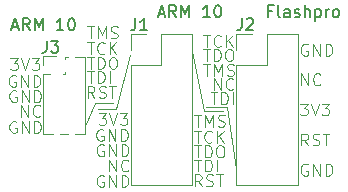
<source format=gbr>
%TF.GenerationSoftware,KiCad,Pcbnew,8.0.3*%
%TF.CreationDate,2024-06-16T20:35:08-04:00*%
%TF.ProjectId,JTAGAdapter,4a544147-4164-4617-9074-65722e6b6963,rev?*%
%TF.SameCoordinates,Original*%
%TF.FileFunction,Legend,Top*%
%TF.FilePolarity,Positive*%
%FSLAX46Y46*%
G04 Gerber Fmt 4.6, Leading zero omitted, Abs format (unit mm)*
G04 Created by KiCad (PCBNEW 8.0.3) date 2024-06-16 20:35:08*
%MOMM*%
%LPD*%
G01*
G04 APERTURE LIST*
%ADD10C,0.100000*%
%ADD11C,0.150000*%
%ADD12C,0.120000*%
G04 APERTURE END LIST*
D10*
X134600000Y-91400000D02*
X135400000Y-96600000D01*
X132900000Y-91400000D02*
X134600000Y-91400000D01*
X132700000Y-91700000D02*
X131700000Y-86600000D01*
X134300000Y-91700000D02*
X132700000Y-91700000D01*
X123500000Y-91000000D02*
X122600000Y-93000000D01*
X125000000Y-91000000D02*
X123500000Y-91000000D01*
X125200000Y-91500000D02*
X126400000Y-87000000D01*
X123700000Y-91500000D02*
X125200000Y-91500000D01*
D11*
X138457142Y-83231009D02*
X138123809Y-83231009D01*
X138123809Y-83754819D02*
X138123809Y-82754819D01*
X138123809Y-82754819D02*
X138599999Y-82754819D01*
X139123809Y-83754819D02*
X139028571Y-83707200D01*
X139028571Y-83707200D02*
X138980952Y-83611961D01*
X138980952Y-83611961D02*
X138980952Y-82754819D01*
X139933333Y-83754819D02*
X139933333Y-83231009D01*
X139933333Y-83231009D02*
X139885714Y-83135771D01*
X139885714Y-83135771D02*
X139790476Y-83088152D01*
X139790476Y-83088152D02*
X139600000Y-83088152D01*
X139600000Y-83088152D02*
X139504762Y-83135771D01*
X139933333Y-83707200D02*
X139838095Y-83754819D01*
X139838095Y-83754819D02*
X139600000Y-83754819D01*
X139600000Y-83754819D02*
X139504762Y-83707200D01*
X139504762Y-83707200D02*
X139457143Y-83611961D01*
X139457143Y-83611961D02*
X139457143Y-83516723D01*
X139457143Y-83516723D02*
X139504762Y-83421485D01*
X139504762Y-83421485D02*
X139600000Y-83373866D01*
X139600000Y-83373866D02*
X139838095Y-83373866D01*
X139838095Y-83373866D02*
X139933333Y-83326247D01*
X140361905Y-83707200D02*
X140457143Y-83754819D01*
X140457143Y-83754819D02*
X140647619Y-83754819D01*
X140647619Y-83754819D02*
X140742857Y-83707200D01*
X140742857Y-83707200D02*
X140790476Y-83611961D01*
X140790476Y-83611961D02*
X140790476Y-83564342D01*
X140790476Y-83564342D02*
X140742857Y-83469104D01*
X140742857Y-83469104D02*
X140647619Y-83421485D01*
X140647619Y-83421485D02*
X140504762Y-83421485D01*
X140504762Y-83421485D02*
X140409524Y-83373866D01*
X140409524Y-83373866D02*
X140361905Y-83278628D01*
X140361905Y-83278628D02*
X140361905Y-83231009D01*
X140361905Y-83231009D02*
X140409524Y-83135771D01*
X140409524Y-83135771D02*
X140504762Y-83088152D01*
X140504762Y-83088152D02*
X140647619Y-83088152D01*
X140647619Y-83088152D02*
X140742857Y-83135771D01*
X141219048Y-83754819D02*
X141219048Y-82754819D01*
X141647619Y-83754819D02*
X141647619Y-83231009D01*
X141647619Y-83231009D02*
X141600000Y-83135771D01*
X141600000Y-83135771D02*
X141504762Y-83088152D01*
X141504762Y-83088152D02*
X141361905Y-83088152D01*
X141361905Y-83088152D02*
X141266667Y-83135771D01*
X141266667Y-83135771D02*
X141219048Y-83183390D01*
X142123810Y-83088152D02*
X142123810Y-84088152D01*
X142123810Y-83135771D02*
X142219048Y-83088152D01*
X142219048Y-83088152D02*
X142409524Y-83088152D01*
X142409524Y-83088152D02*
X142504762Y-83135771D01*
X142504762Y-83135771D02*
X142552381Y-83183390D01*
X142552381Y-83183390D02*
X142600000Y-83278628D01*
X142600000Y-83278628D02*
X142600000Y-83564342D01*
X142600000Y-83564342D02*
X142552381Y-83659580D01*
X142552381Y-83659580D02*
X142504762Y-83707200D01*
X142504762Y-83707200D02*
X142409524Y-83754819D01*
X142409524Y-83754819D02*
X142219048Y-83754819D01*
X142219048Y-83754819D02*
X142123810Y-83707200D01*
X143028572Y-83754819D02*
X143028572Y-83088152D01*
X143028572Y-83278628D02*
X143076191Y-83183390D01*
X143076191Y-83183390D02*
X143123810Y-83135771D01*
X143123810Y-83135771D02*
X143219048Y-83088152D01*
X143219048Y-83088152D02*
X143314286Y-83088152D01*
X143790477Y-83754819D02*
X143695239Y-83707200D01*
X143695239Y-83707200D02*
X143647620Y-83659580D01*
X143647620Y-83659580D02*
X143600001Y-83564342D01*
X143600001Y-83564342D02*
X143600001Y-83278628D01*
X143600001Y-83278628D02*
X143647620Y-83183390D01*
X143647620Y-83183390D02*
X143695239Y-83135771D01*
X143695239Y-83135771D02*
X143790477Y-83088152D01*
X143790477Y-83088152D02*
X143933334Y-83088152D01*
X143933334Y-83088152D02*
X144028572Y-83135771D01*
X144028572Y-83135771D02*
X144076191Y-83183390D01*
X144076191Y-83183390D02*
X144123810Y-83278628D01*
X144123810Y-83278628D02*
X144123810Y-83564342D01*
X144123810Y-83564342D02*
X144076191Y-83659580D01*
X144076191Y-83659580D02*
X144028572Y-83707200D01*
X144028572Y-83707200D02*
X143933334Y-83754819D01*
X143933334Y-83754819D02*
X143790477Y-83754819D01*
X128857143Y-83469104D02*
X129333333Y-83469104D01*
X128761905Y-83754819D02*
X129095238Y-82754819D01*
X129095238Y-82754819D02*
X129428571Y-83754819D01*
X130333333Y-83754819D02*
X130000000Y-83278628D01*
X129761905Y-83754819D02*
X129761905Y-82754819D01*
X129761905Y-82754819D02*
X130142857Y-82754819D01*
X130142857Y-82754819D02*
X130238095Y-82802438D01*
X130238095Y-82802438D02*
X130285714Y-82850057D01*
X130285714Y-82850057D02*
X130333333Y-82945295D01*
X130333333Y-82945295D02*
X130333333Y-83088152D01*
X130333333Y-83088152D02*
X130285714Y-83183390D01*
X130285714Y-83183390D02*
X130238095Y-83231009D01*
X130238095Y-83231009D02*
X130142857Y-83278628D01*
X130142857Y-83278628D02*
X129761905Y-83278628D01*
X130761905Y-83754819D02*
X130761905Y-82754819D01*
X130761905Y-82754819D02*
X131095238Y-83469104D01*
X131095238Y-83469104D02*
X131428571Y-82754819D01*
X131428571Y-82754819D02*
X131428571Y-83754819D01*
X133190476Y-83754819D02*
X132619048Y-83754819D01*
X132904762Y-83754819D02*
X132904762Y-82754819D01*
X132904762Y-82754819D02*
X132809524Y-82897676D01*
X132809524Y-82897676D02*
X132714286Y-82992914D01*
X132714286Y-82992914D02*
X132619048Y-83040533D01*
X133809524Y-82754819D02*
X133904762Y-82754819D01*
X133904762Y-82754819D02*
X134000000Y-82802438D01*
X134000000Y-82802438D02*
X134047619Y-82850057D01*
X134047619Y-82850057D02*
X134095238Y-82945295D01*
X134095238Y-82945295D02*
X134142857Y-83135771D01*
X134142857Y-83135771D02*
X134142857Y-83373866D01*
X134142857Y-83373866D02*
X134095238Y-83564342D01*
X134095238Y-83564342D02*
X134047619Y-83659580D01*
X134047619Y-83659580D02*
X134000000Y-83707200D01*
X134000000Y-83707200D02*
X133904762Y-83754819D01*
X133904762Y-83754819D02*
X133809524Y-83754819D01*
X133809524Y-83754819D02*
X133714286Y-83707200D01*
X133714286Y-83707200D02*
X133666667Y-83659580D01*
X133666667Y-83659580D02*
X133619048Y-83564342D01*
X133619048Y-83564342D02*
X133571429Y-83373866D01*
X133571429Y-83373866D02*
X133571429Y-83135771D01*
X133571429Y-83135771D02*
X133619048Y-82945295D01*
X133619048Y-82945295D02*
X133666667Y-82850057D01*
X133666667Y-82850057D02*
X133714286Y-82802438D01*
X133714286Y-82802438D02*
X133809524Y-82754819D01*
X116457143Y-84569104D02*
X116933333Y-84569104D01*
X116361905Y-84854819D02*
X116695238Y-83854819D01*
X116695238Y-83854819D02*
X117028571Y-84854819D01*
X117933333Y-84854819D02*
X117600000Y-84378628D01*
X117361905Y-84854819D02*
X117361905Y-83854819D01*
X117361905Y-83854819D02*
X117742857Y-83854819D01*
X117742857Y-83854819D02*
X117838095Y-83902438D01*
X117838095Y-83902438D02*
X117885714Y-83950057D01*
X117885714Y-83950057D02*
X117933333Y-84045295D01*
X117933333Y-84045295D02*
X117933333Y-84188152D01*
X117933333Y-84188152D02*
X117885714Y-84283390D01*
X117885714Y-84283390D02*
X117838095Y-84331009D01*
X117838095Y-84331009D02*
X117742857Y-84378628D01*
X117742857Y-84378628D02*
X117361905Y-84378628D01*
X118361905Y-84854819D02*
X118361905Y-83854819D01*
X118361905Y-83854819D02*
X118695238Y-84569104D01*
X118695238Y-84569104D02*
X119028571Y-83854819D01*
X119028571Y-83854819D02*
X119028571Y-84854819D01*
X120790476Y-84854819D02*
X120219048Y-84854819D01*
X120504762Y-84854819D02*
X120504762Y-83854819D01*
X120504762Y-83854819D02*
X120409524Y-83997676D01*
X120409524Y-83997676D02*
X120314286Y-84092914D01*
X120314286Y-84092914D02*
X120219048Y-84140533D01*
X121409524Y-83854819D02*
X121504762Y-83854819D01*
X121504762Y-83854819D02*
X121600000Y-83902438D01*
X121600000Y-83902438D02*
X121647619Y-83950057D01*
X121647619Y-83950057D02*
X121695238Y-84045295D01*
X121695238Y-84045295D02*
X121742857Y-84235771D01*
X121742857Y-84235771D02*
X121742857Y-84473866D01*
X121742857Y-84473866D02*
X121695238Y-84664342D01*
X121695238Y-84664342D02*
X121647619Y-84759580D01*
X121647619Y-84759580D02*
X121600000Y-84807200D01*
X121600000Y-84807200D02*
X121504762Y-84854819D01*
X121504762Y-84854819D02*
X121409524Y-84854819D01*
X121409524Y-84854819D02*
X121314286Y-84807200D01*
X121314286Y-84807200D02*
X121266667Y-84759580D01*
X121266667Y-84759580D02*
X121219048Y-84664342D01*
X121219048Y-84664342D02*
X121171429Y-84473866D01*
X121171429Y-84473866D02*
X121171429Y-84235771D01*
X121171429Y-84235771D02*
X121219048Y-84045295D01*
X121219048Y-84045295D02*
X121266667Y-83950057D01*
X121266667Y-83950057D02*
X121314286Y-83902438D01*
X121314286Y-83902438D02*
X121409524Y-83854819D01*
D10*
X123416312Y-90583419D02*
X123082979Y-90107228D01*
X122844884Y-90583419D02*
X122844884Y-89583419D01*
X122844884Y-89583419D02*
X123225836Y-89583419D01*
X123225836Y-89583419D02*
X123321074Y-89631038D01*
X123321074Y-89631038D02*
X123368693Y-89678657D01*
X123368693Y-89678657D02*
X123416312Y-89773895D01*
X123416312Y-89773895D02*
X123416312Y-89916752D01*
X123416312Y-89916752D02*
X123368693Y-90011990D01*
X123368693Y-90011990D02*
X123321074Y-90059609D01*
X123321074Y-90059609D02*
X123225836Y-90107228D01*
X123225836Y-90107228D02*
X122844884Y-90107228D01*
X123797265Y-90535800D02*
X123940122Y-90583419D01*
X123940122Y-90583419D02*
X124178217Y-90583419D01*
X124178217Y-90583419D02*
X124273455Y-90535800D01*
X124273455Y-90535800D02*
X124321074Y-90488180D01*
X124321074Y-90488180D02*
X124368693Y-90392942D01*
X124368693Y-90392942D02*
X124368693Y-90297704D01*
X124368693Y-90297704D02*
X124321074Y-90202466D01*
X124321074Y-90202466D02*
X124273455Y-90154847D01*
X124273455Y-90154847D02*
X124178217Y-90107228D01*
X124178217Y-90107228D02*
X123987741Y-90059609D01*
X123987741Y-90059609D02*
X123892503Y-90011990D01*
X123892503Y-90011990D02*
X123844884Y-89964371D01*
X123844884Y-89964371D02*
X123797265Y-89869133D01*
X123797265Y-89869133D02*
X123797265Y-89773895D01*
X123797265Y-89773895D02*
X123844884Y-89678657D01*
X123844884Y-89678657D02*
X123892503Y-89631038D01*
X123892503Y-89631038D02*
X123987741Y-89583419D01*
X123987741Y-89583419D02*
X124225836Y-89583419D01*
X124225836Y-89583419D02*
X124368693Y-89631038D01*
X124654408Y-89583419D02*
X125225836Y-89583419D01*
X124940122Y-90583419D02*
X124940122Y-89583419D01*
X122802027Y-88333419D02*
X123373455Y-88333419D01*
X123087741Y-89333419D02*
X123087741Y-88333419D01*
X123706789Y-89333419D02*
X123706789Y-88333419D01*
X123706789Y-88333419D02*
X123944884Y-88333419D01*
X123944884Y-88333419D02*
X124087741Y-88381038D01*
X124087741Y-88381038D02*
X124182979Y-88476276D01*
X124182979Y-88476276D02*
X124230598Y-88571514D01*
X124230598Y-88571514D02*
X124278217Y-88761990D01*
X124278217Y-88761990D02*
X124278217Y-88904847D01*
X124278217Y-88904847D02*
X124230598Y-89095323D01*
X124230598Y-89095323D02*
X124182979Y-89190561D01*
X124182979Y-89190561D02*
X124087741Y-89285800D01*
X124087741Y-89285800D02*
X123944884Y-89333419D01*
X123944884Y-89333419D02*
X123706789Y-89333419D01*
X124706789Y-89333419D02*
X124706789Y-88333419D01*
X122802027Y-87133419D02*
X123373455Y-87133419D01*
X123087741Y-88133419D02*
X123087741Y-87133419D01*
X123706789Y-88133419D02*
X123706789Y-87133419D01*
X123706789Y-87133419D02*
X123944884Y-87133419D01*
X123944884Y-87133419D02*
X124087741Y-87181038D01*
X124087741Y-87181038D02*
X124182979Y-87276276D01*
X124182979Y-87276276D02*
X124230598Y-87371514D01*
X124230598Y-87371514D02*
X124278217Y-87561990D01*
X124278217Y-87561990D02*
X124278217Y-87704847D01*
X124278217Y-87704847D02*
X124230598Y-87895323D01*
X124230598Y-87895323D02*
X124182979Y-87990561D01*
X124182979Y-87990561D02*
X124087741Y-88085800D01*
X124087741Y-88085800D02*
X123944884Y-88133419D01*
X123944884Y-88133419D02*
X123706789Y-88133419D01*
X124897265Y-87133419D02*
X125087741Y-87133419D01*
X125087741Y-87133419D02*
X125182979Y-87181038D01*
X125182979Y-87181038D02*
X125278217Y-87276276D01*
X125278217Y-87276276D02*
X125325836Y-87466752D01*
X125325836Y-87466752D02*
X125325836Y-87800085D01*
X125325836Y-87800085D02*
X125278217Y-87990561D01*
X125278217Y-87990561D02*
X125182979Y-88085800D01*
X125182979Y-88085800D02*
X125087741Y-88133419D01*
X125087741Y-88133419D02*
X124897265Y-88133419D01*
X124897265Y-88133419D02*
X124802027Y-88085800D01*
X124802027Y-88085800D02*
X124706789Y-87990561D01*
X124706789Y-87990561D02*
X124659170Y-87800085D01*
X124659170Y-87800085D02*
X124659170Y-87466752D01*
X124659170Y-87466752D02*
X124706789Y-87276276D01*
X124706789Y-87276276D02*
X124802027Y-87181038D01*
X124802027Y-87181038D02*
X124897265Y-87133419D01*
X122802027Y-84533419D02*
X123373455Y-84533419D01*
X123087741Y-85533419D02*
X123087741Y-84533419D01*
X123706789Y-85533419D02*
X123706789Y-84533419D01*
X123706789Y-84533419D02*
X124040122Y-85247704D01*
X124040122Y-85247704D02*
X124373455Y-84533419D01*
X124373455Y-84533419D02*
X124373455Y-85533419D01*
X124802027Y-85485800D02*
X124944884Y-85533419D01*
X124944884Y-85533419D02*
X125182979Y-85533419D01*
X125182979Y-85533419D02*
X125278217Y-85485800D01*
X125278217Y-85485800D02*
X125325836Y-85438180D01*
X125325836Y-85438180D02*
X125373455Y-85342942D01*
X125373455Y-85342942D02*
X125373455Y-85247704D01*
X125373455Y-85247704D02*
X125325836Y-85152466D01*
X125325836Y-85152466D02*
X125278217Y-85104847D01*
X125278217Y-85104847D02*
X125182979Y-85057228D01*
X125182979Y-85057228D02*
X124992503Y-85009609D01*
X124992503Y-85009609D02*
X124897265Y-84961990D01*
X124897265Y-84961990D02*
X124849646Y-84914371D01*
X124849646Y-84914371D02*
X124802027Y-84819133D01*
X124802027Y-84819133D02*
X124802027Y-84723895D01*
X124802027Y-84723895D02*
X124849646Y-84628657D01*
X124849646Y-84628657D02*
X124897265Y-84581038D01*
X124897265Y-84581038D02*
X124992503Y-84533419D01*
X124992503Y-84533419D02*
X125230598Y-84533419D01*
X125230598Y-84533419D02*
X125373455Y-84581038D01*
X122802027Y-85883419D02*
X123373455Y-85883419D01*
X123087741Y-86883419D02*
X123087741Y-85883419D01*
X124278217Y-86788180D02*
X124230598Y-86835800D01*
X124230598Y-86835800D02*
X124087741Y-86883419D01*
X124087741Y-86883419D02*
X123992503Y-86883419D01*
X123992503Y-86883419D02*
X123849646Y-86835800D01*
X123849646Y-86835800D02*
X123754408Y-86740561D01*
X123754408Y-86740561D02*
X123706789Y-86645323D01*
X123706789Y-86645323D02*
X123659170Y-86454847D01*
X123659170Y-86454847D02*
X123659170Y-86311990D01*
X123659170Y-86311990D02*
X123706789Y-86121514D01*
X123706789Y-86121514D02*
X123754408Y-86026276D01*
X123754408Y-86026276D02*
X123849646Y-85931038D01*
X123849646Y-85931038D02*
X123992503Y-85883419D01*
X123992503Y-85883419D02*
X124087741Y-85883419D01*
X124087741Y-85883419D02*
X124230598Y-85931038D01*
X124230598Y-85931038D02*
X124278217Y-85978657D01*
X124706789Y-86883419D02*
X124706789Y-85883419D01*
X125278217Y-86883419D02*
X124849646Y-86311990D01*
X125278217Y-85883419D02*
X124706789Y-86454847D01*
X117194884Y-92183419D02*
X117194884Y-91183419D01*
X117194884Y-91183419D02*
X117766312Y-92183419D01*
X117766312Y-92183419D02*
X117766312Y-91183419D01*
X118813931Y-92088180D02*
X118766312Y-92135800D01*
X118766312Y-92135800D02*
X118623455Y-92183419D01*
X118623455Y-92183419D02*
X118528217Y-92183419D01*
X118528217Y-92183419D02*
X118385360Y-92135800D01*
X118385360Y-92135800D02*
X118290122Y-92040561D01*
X118290122Y-92040561D02*
X118242503Y-91945323D01*
X118242503Y-91945323D02*
X118194884Y-91754847D01*
X118194884Y-91754847D02*
X118194884Y-91611990D01*
X118194884Y-91611990D02*
X118242503Y-91421514D01*
X118242503Y-91421514D02*
X118290122Y-91326276D01*
X118290122Y-91326276D02*
X118385360Y-91231038D01*
X118385360Y-91231038D02*
X118528217Y-91183419D01*
X118528217Y-91183419D02*
X118623455Y-91183419D01*
X118623455Y-91183419D02*
X118766312Y-91231038D01*
X118766312Y-91231038D02*
X118813931Y-91278657D01*
X116791193Y-89998538D02*
X116695955Y-89950919D01*
X116695955Y-89950919D02*
X116553098Y-89950919D01*
X116553098Y-89950919D02*
X116410241Y-89998538D01*
X116410241Y-89998538D02*
X116315003Y-90093776D01*
X116315003Y-90093776D02*
X116267384Y-90189014D01*
X116267384Y-90189014D02*
X116219765Y-90379490D01*
X116219765Y-90379490D02*
X116219765Y-90522347D01*
X116219765Y-90522347D02*
X116267384Y-90712823D01*
X116267384Y-90712823D02*
X116315003Y-90808061D01*
X116315003Y-90808061D02*
X116410241Y-90903300D01*
X116410241Y-90903300D02*
X116553098Y-90950919D01*
X116553098Y-90950919D02*
X116648336Y-90950919D01*
X116648336Y-90950919D02*
X116791193Y-90903300D01*
X116791193Y-90903300D02*
X116838812Y-90855680D01*
X116838812Y-90855680D02*
X116838812Y-90522347D01*
X116838812Y-90522347D02*
X116648336Y-90522347D01*
X117267384Y-90950919D02*
X117267384Y-89950919D01*
X117267384Y-89950919D02*
X117838812Y-90950919D01*
X117838812Y-90950919D02*
X117838812Y-89950919D01*
X118315003Y-90950919D02*
X118315003Y-89950919D01*
X118315003Y-89950919D02*
X118553098Y-89950919D01*
X118553098Y-89950919D02*
X118695955Y-89998538D01*
X118695955Y-89998538D02*
X118791193Y-90093776D01*
X118791193Y-90093776D02*
X118838812Y-90189014D01*
X118838812Y-90189014D02*
X118886431Y-90379490D01*
X118886431Y-90379490D02*
X118886431Y-90522347D01*
X118886431Y-90522347D02*
X118838812Y-90712823D01*
X118838812Y-90712823D02*
X118791193Y-90808061D01*
X118791193Y-90808061D02*
X118695955Y-90903300D01*
X118695955Y-90903300D02*
X118553098Y-90950919D01*
X118553098Y-90950919D02*
X118315003Y-90950919D01*
X116791193Y-92598538D02*
X116695955Y-92550919D01*
X116695955Y-92550919D02*
X116553098Y-92550919D01*
X116553098Y-92550919D02*
X116410241Y-92598538D01*
X116410241Y-92598538D02*
X116315003Y-92693776D01*
X116315003Y-92693776D02*
X116267384Y-92789014D01*
X116267384Y-92789014D02*
X116219765Y-92979490D01*
X116219765Y-92979490D02*
X116219765Y-93122347D01*
X116219765Y-93122347D02*
X116267384Y-93312823D01*
X116267384Y-93312823D02*
X116315003Y-93408061D01*
X116315003Y-93408061D02*
X116410241Y-93503300D01*
X116410241Y-93503300D02*
X116553098Y-93550919D01*
X116553098Y-93550919D02*
X116648336Y-93550919D01*
X116648336Y-93550919D02*
X116791193Y-93503300D01*
X116791193Y-93503300D02*
X116838812Y-93455680D01*
X116838812Y-93455680D02*
X116838812Y-93122347D01*
X116838812Y-93122347D02*
X116648336Y-93122347D01*
X117267384Y-93550919D02*
X117267384Y-92550919D01*
X117267384Y-92550919D02*
X117838812Y-93550919D01*
X117838812Y-93550919D02*
X117838812Y-92550919D01*
X118315003Y-93550919D02*
X118315003Y-92550919D01*
X118315003Y-92550919D02*
X118553098Y-92550919D01*
X118553098Y-92550919D02*
X118695955Y-92598538D01*
X118695955Y-92598538D02*
X118791193Y-92693776D01*
X118791193Y-92693776D02*
X118838812Y-92789014D01*
X118838812Y-92789014D02*
X118886431Y-92979490D01*
X118886431Y-92979490D02*
X118886431Y-93122347D01*
X118886431Y-93122347D02*
X118838812Y-93312823D01*
X118838812Y-93312823D02*
X118791193Y-93408061D01*
X118791193Y-93408061D02*
X118695955Y-93503300D01*
X118695955Y-93503300D02*
X118553098Y-93550919D01*
X118553098Y-93550919D02*
X118315003Y-93550919D01*
X116741193Y-88698538D02*
X116645955Y-88650919D01*
X116645955Y-88650919D02*
X116503098Y-88650919D01*
X116503098Y-88650919D02*
X116360241Y-88698538D01*
X116360241Y-88698538D02*
X116265003Y-88793776D01*
X116265003Y-88793776D02*
X116217384Y-88889014D01*
X116217384Y-88889014D02*
X116169765Y-89079490D01*
X116169765Y-89079490D02*
X116169765Y-89222347D01*
X116169765Y-89222347D02*
X116217384Y-89412823D01*
X116217384Y-89412823D02*
X116265003Y-89508061D01*
X116265003Y-89508061D02*
X116360241Y-89603300D01*
X116360241Y-89603300D02*
X116503098Y-89650919D01*
X116503098Y-89650919D02*
X116598336Y-89650919D01*
X116598336Y-89650919D02*
X116741193Y-89603300D01*
X116741193Y-89603300D02*
X116788812Y-89555680D01*
X116788812Y-89555680D02*
X116788812Y-89222347D01*
X116788812Y-89222347D02*
X116598336Y-89222347D01*
X117217384Y-89650919D02*
X117217384Y-88650919D01*
X117217384Y-88650919D02*
X117788812Y-89650919D01*
X117788812Y-89650919D02*
X117788812Y-88650919D01*
X118265003Y-89650919D02*
X118265003Y-88650919D01*
X118265003Y-88650919D02*
X118503098Y-88650919D01*
X118503098Y-88650919D02*
X118645955Y-88698538D01*
X118645955Y-88698538D02*
X118741193Y-88793776D01*
X118741193Y-88793776D02*
X118788812Y-88889014D01*
X118788812Y-88889014D02*
X118836431Y-89079490D01*
X118836431Y-89079490D02*
X118836431Y-89222347D01*
X118836431Y-89222347D02*
X118788812Y-89412823D01*
X118788812Y-89412823D02*
X118741193Y-89508061D01*
X118741193Y-89508061D02*
X118645955Y-89603300D01*
X118645955Y-89603300D02*
X118503098Y-89650919D01*
X118503098Y-89650919D02*
X118265003Y-89650919D01*
X116299646Y-87233419D02*
X116918693Y-87233419D01*
X116918693Y-87233419D02*
X116585360Y-87614371D01*
X116585360Y-87614371D02*
X116728217Y-87614371D01*
X116728217Y-87614371D02*
X116823455Y-87661990D01*
X116823455Y-87661990D02*
X116871074Y-87709609D01*
X116871074Y-87709609D02*
X116918693Y-87804847D01*
X116918693Y-87804847D02*
X116918693Y-88042942D01*
X116918693Y-88042942D02*
X116871074Y-88138180D01*
X116871074Y-88138180D02*
X116823455Y-88185800D01*
X116823455Y-88185800D02*
X116728217Y-88233419D01*
X116728217Y-88233419D02*
X116442503Y-88233419D01*
X116442503Y-88233419D02*
X116347265Y-88185800D01*
X116347265Y-88185800D02*
X116299646Y-88138180D01*
X117204408Y-87233419D02*
X117537741Y-88233419D01*
X117537741Y-88233419D02*
X117871074Y-87233419D01*
X118109170Y-87233419D02*
X118728217Y-87233419D01*
X118728217Y-87233419D02*
X118394884Y-87614371D01*
X118394884Y-87614371D02*
X118537741Y-87614371D01*
X118537741Y-87614371D02*
X118632979Y-87661990D01*
X118632979Y-87661990D02*
X118680598Y-87709609D01*
X118680598Y-87709609D02*
X118728217Y-87804847D01*
X118728217Y-87804847D02*
X118728217Y-88042942D01*
X118728217Y-88042942D02*
X118680598Y-88138180D01*
X118680598Y-88138180D02*
X118632979Y-88185800D01*
X118632979Y-88185800D02*
X118537741Y-88233419D01*
X118537741Y-88233419D02*
X118252027Y-88233419D01*
X118252027Y-88233419D02*
X118156789Y-88185800D01*
X118156789Y-88185800D02*
X118109170Y-88138180D01*
X124188693Y-97171038D02*
X124093455Y-97123419D01*
X124093455Y-97123419D02*
X123950598Y-97123419D01*
X123950598Y-97123419D02*
X123807741Y-97171038D01*
X123807741Y-97171038D02*
X123712503Y-97266276D01*
X123712503Y-97266276D02*
X123664884Y-97361514D01*
X123664884Y-97361514D02*
X123617265Y-97551990D01*
X123617265Y-97551990D02*
X123617265Y-97694847D01*
X123617265Y-97694847D02*
X123664884Y-97885323D01*
X123664884Y-97885323D02*
X123712503Y-97980561D01*
X123712503Y-97980561D02*
X123807741Y-98075800D01*
X123807741Y-98075800D02*
X123950598Y-98123419D01*
X123950598Y-98123419D02*
X124045836Y-98123419D01*
X124045836Y-98123419D02*
X124188693Y-98075800D01*
X124188693Y-98075800D02*
X124236312Y-98028180D01*
X124236312Y-98028180D02*
X124236312Y-97694847D01*
X124236312Y-97694847D02*
X124045836Y-97694847D01*
X124664884Y-98123419D02*
X124664884Y-97123419D01*
X124664884Y-97123419D02*
X125236312Y-98123419D01*
X125236312Y-98123419D02*
X125236312Y-97123419D01*
X125712503Y-98123419D02*
X125712503Y-97123419D01*
X125712503Y-97123419D02*
X125950598Y-97123419D01*
X125950598Y-97123419D02*
X126093455Y-97171038D01*
X126093455Y-97171038D02*
X126188693Y-97266276D01*
X126188693Y-97266276D02*
X126236312Y-97361514D01*
X126236312Y-97361514D02*
X126283931Y-97551990D01*
X126283931Y-97551990D02*
X126283931Y-97694847D01*
X126283931Y-97694847D02*
X126236312Y-97885323D01*
X126236312Y-97885323D02*
X126188693Y-97980561D01*
X126188693Y-97980561D02*
X126093455Y-98075800D01*
X126093455Y-98075800D02*
X125950598Y-98123419D01*
X125950598Y-98123419D02*
X125712503Y-98123419D01*
X124664884Y-96823419D02*
X124664884Y-95823419D01*
X124664884Y-95823419D02*
X125236312Y-96823419D01*
X125236312Y-96823419D02*
X125236312Y-95823419D01*
X126283931Y-96728180D02*
X126236312Y-96775800D01*
X126236312Y-96775800D02*
X126093455Y-96823419D01*
X126093455Y-96823419D02*
X125998217Y-96823419D01*
X125998217Y-96823419D02*
X125855360Y-96775800D01*
X125855360Y-96775800D02*
X125760122Y-96680561D01*
X125760122Y-96680561D02*
X125712503Y-96585323D01*
X125712503Y-96585323D02*
X125664884Y-96394847D01*
X125664884Y-96394847D02*
X125664884Y-96251990D01*
X125664884Y-96251990D02*
X125712503Y-96061514D01*
X125712503Y-96061514D02*
X125760122Y-95966276D01*
X125760122Y-95966276D02*
X125855360Y-95871038D01*
X125855360Y-95871038D02*
X125998217Y-95823419D01*
X125998217Y-95823419D02*
X126093455Y-95823419D01*
X126093455Y-95823419D02*
X126236312Y-95871038D01*
X126236312Y-95871038D02*
X126283931Y-95918657D01*
X124188693Y-94571038D02*
X124093455Y-94523419D01*
X124093455Y-94523419D02*
X123950598Y-94523419D01*
X123950598Y-94523419D02*
X123807741Y-94571038D01*
X123807741Y-94571038D02*
X123712503Y-94666276D01*
X123712503Y-94666276D02*
X123664884Y-94761514D01*
X123664884Y-94761514D02*
X123617265Y-94951990D01*
X123617265Y-94951990D02*
X123617265Y-95094847D01*
X123617265Y-95094847D02*
X123664884Y-95285323D01*
X123664884Y-95285323D02*
X123712503Y-95380561D01*
X123712503Y-95380561D02*
X123807741Y-95475800D01*
X123807741Y-95475800D02*
X123950598Y-95523419D01*
X123950598Y-95523419D02*
X124045836Y-95523419D01*
X124045836Y-95523419D02*
X124188693Y-95475800D01*
X124188693Y-95475800D02*
X124236312Y-95428180D01*
X124236312Y-95428180D02*
X124236312Y-95094847D01*
X124236312Y-95094847D02*
X124045836Y-95094847D01*
X124664884Y-95523419D02*
X124664884Y-94523419D01*
X124664884Y-94523419D02*
X125236312Y-95523419D01*
X125236312Y-95523419D02*
X125236312Y-94523419D01*
X125712503Y-95523419D02*
X125712503Y-94523419D01*
X125712503Y-94523419D02*
X125950598Y-94523419D01*
X125950598Y-94523419D02*
X126093455Y-94571038D01*
X126093455Y-94571038D02*
X126188693Y-94666276D01*
X126188693Y-94666276D02*
X126236312Y-94761514D01*
X126236312Y-94761514D02*
X126283931Y-94951990D01*
X126283931Y-94951990D02*
X126283931Y-95094847D01*
X126283931Y-95094847D02*
X126236312Y-95285323D01*
X126236312Y-95285323D02*
X126188693Y-95380561D01*
X126188693Y-95380561D02*
X126093455Y-95475800D01*
X126093455Y-95475800D02*
X125950598Y-95523419D01*
X125950598Y-95523419D02*
X125712503Y-95523419D01*
X124138693Y-93271038D02*
X124043455Y-93223419D01*
X124043455Y-93223419D02*
X123900598Y-93223419D01*
X123900598Y-93223419D02*
X123757741Y-93271038D01*
X123757741Y-93271038D02*
X123662503Y-93366276D01*
X123662503Y-93366276D02*
X123614884Y-93461514D01*
X123614884Y-93461514D02*
X123567265Y-93651990D01*
X123567265Y-93651990D02*
X123567265Y-93794847D01*
X123567265Y-93794847D02*
X123614884Y-93985323D01*
X123614884Y-93985323D02*
X123662503Y-94080561D01*
X123662503Y-94080561D02*
X123757741Y-94175800D01*
X123757741Y-94175800D02*
X123900598Y-94223419D01*
X123900598Y-94223419D02*
X123995836Y-94223419D01*
X123995836Y-94223419D02*
X124138693Y-94175800D01*
X124138693Y-94175800D02*
X124186312Y-94128180D01*
X124186312Y-94128180D02*
X124186312Y-93794847D01*
X124186312Y-93794847D02*
X123995836Y-93794847D01*
X124614884Y-94223419D02*
X124614884Y-93223419D01*
X124614884Y-93223419D02*
X125186312Y-94223419D01*
X125186312Y-94223419D02*
X125186312Y-93223419D01*
X125662503Y-94223419D02*
X125662503Y-93223419D01*
X125662503Y-93223419D02*
X125900598Y-93223419D01*
X125900598Y-93223419D02*
X126043455Y-93271038D01*
X126043455Y-93271038D02*
X126138693Y-93366276D01*
X126138693Y-93366276D02*
X126186312Y-93461514D01*
X126186312Y-93461514D02*
X126233931Y-93651990D01*
X126233931Y-93651990D02*
X126233931Y-93794847D01*
X126233931Y-93794847D02*
X126186312Y-93985323D01*
X126186312Y-93985323D02*
X126138693Y-94080561D01*
X126138693Y-94080561D02*
X126043455Y-94175800D01*
X126043455Y-94175800D02*
X125900598Y-94223419D01*
X125900598Y-94223419D02*
X125662503Y-94223419D01*
X123769646Y-91873419D02*
X124388693Y-91873419D01*
X124388693Y-91873419D02*
X124055360Y-92254371D01*
X124055360Y-92254371D02*
X124198217Y-92254371D01*
X124198217Y-92254371D02*
X124293455Y-92301990D01*
X124293455Y-92301990D02*
X124341074Y-92349609D01*
X124341074Y-92349609D02*
X124388693Y-92444847D01*
X124388693Y-92444847D02*
X124388693Y-92682942D01*
X124388693Y-92682942D02*
X124341074Y-92778180D01*
X124341074Y-92778180D02*
X124293455Y-92825800D01*
X124293455Y-92825800D02*
X124198217Y-92873419D01*
X124198217Y-92873419D02*
X123912503Y-92873419D01*
X123912503Y-92873419D02*
X123817265Y-92825800D01*
X123817265Y-92825800D02*
X123769646Y-92778180D01*
X124674408Y-91873419D02*
X125007741Y-92873419D01*
X125007741Y-92873419D02*
X125341074Y-91873419D01*
X125579170Y-91873419D02*
X126198217Y-91873419D01*
X126198217Y-91873419D02*
X125864884Y-92254371D01*
X125864884Y-92254371D02*
X126007741Y-92254371D01*
X126007741Y-92254371D02*
X126102979Y-92301990D01*
X126102979Y-92301990D02*
X126150598Y-92349609D01*
X126150598Y-92349609D02*
X126198217Y-92444847D01*
X126198217Y-92444847D02*
X126198217Y-92682942D01*
X126198217Y-92682942D02*
X126150598Y-92778180D01*
X126150598Y-92778180D02*
X126102979Y-92825800D01*
X126102979Y-92825800D02*
X126007741Y-92873419D01*
X126007741Y-92873419D02*
X125722027Y-92873419D01*
X125722027Y-92873419D02*
X125626789Y-92825800D01*
X125626789Y-92825800D02*
X125579170Y-92778180D01*
X132486312Y-98073419D02*
X132152979Y-97597228D01*
X131914884Y-98073419D02*
X131914884Y-97073419D01*
X131914884Y-97073419D02*
X132295836Y-97073419D01*
X132295836Y-97073419D02*
X132391074Y-97121038D01*
X132391074Y-97121038D02*
X132438693Y-97168657D01*
X132438693Y-97168657D02*
X132486312Y-97263895D01*
X132486312Y-97263895D02*
X132486312Y-97406752D01*
X132486312Y-97406752D02*
X132438693Y-97501990D01*
X132438693Y-97501990D02*
X132391074Y-97549609D01*
X132391074Y-97549609D02*
X132295836Y-97597228D01*
X132295836Y-97597228D02*
X131914884Y-97597228D01*
X132867265Y-98025800D02*
X133010122Y-98073419D01*
X133010122Y-98073419D02*
X133248217Y-98073419D01*
X133248217Y-98073419D02*
X133343455Y-98025800D01*
X133343455Y-98025800D02*
X133391074Y-97978180D01*
X133391074Y-97978180D02*
X133438693Y-97882942D01*
X133438693Y-97882942D02*
X133438693Y-97787704D01*
X133438693Y-97787704D02*
X133391074Y-97692466D01*
X133391074Y-97692466D02*
X133343455Y-97644847D01*
X133343455Y-97644847D02*
X133248217Y-97597228D01*
X133248217Y-97597228D02*
X133057741Y-97549609D01*
X133057741Y-97549609D02*
X132962503Y-97501990D01*
X132962503Y-97501990D02*
X132914884Y-97454371D01*
X132914884Y-97454371D02*
X132867265Y-97359133D01*
X132867265Y-97359133D02*
X132867265Y-97263895D01*
X132867265Y-97263895D02*
X132914884Y-97168657D01*
X132914884Y-97168657D02*
X132962503Y-97121038D01*
X132962503Y-97121038D02*
X133057741Y-97073419D01*
X133057741Y-97073419D02*
X133295836Y-97073419D01*
X133295836Y-97073419D02*
X133438693Y-97121038D01*
X133724408Y-97073419D02*
X134295836Y-97073419D01*
X134010122Y-98073419D02*
X134010122Y-97073419D01*
X131872027Y-95823419D02*
X132443455Y-95823419D01*
X132157741Y-96823419D02*
X132157741Y-95823419D01*
X132776789Y-96823419D02*
X132776789Y-95823419D01*
X132776789Y-95823419D02*
X133014884Y-95823419D01*
X133014884Y-95823419D02*
X133157741Y-95871038D01*
X133157741Y-95871038D02*
X133252979Y-95966276D01*
X133252979Y-95966276D02*
X133300598Y-96061514D01*
X133300598Y-96061514D02*
X133348217Y-96251990D01*
X133348217Y-96251990D02*
X133348217Y-96394847D01*
X133348217Y-96394847D02*
X133300598Y-96585323D01*
X133300598Y-96585323D02*
X133252979Y-96680561D01*
X133252979Y-96680561D02*
X133157741Y-96775800D01*
X133157741Y-96775800D02*
X133014884Y-96823419D01*
X133014884Y-96823419D02*
X132776789Y-96823419D01*
X133776789Y-96823419D02*
X133776789Y-95823419D01*
X131872027Y-94623419D02*
X132443455Y-94623419D01*
X132157741Y-95623419D02*
X132157741Y-94623419D01*
X132776789Y-95623419D02*
X132776789Y-94623419D01*
X132776789Y-94623419D02*
X133014884Y-94623419D01*
X133014884Y-94623419D02*
X133157741Y-94671038D01*
X133157741Y-94671038D02*
X133252979Y-94766276D01*
X133252979Y-94766276D02*
X133300598Y-94861514D01*
X133300598Y-94861514D02*
X133348217Y-95051990D01*
X133348217Y-95051990D02*
X133348217Y-95194847D01*
X133348217Y-95194847D02*
X133300598Y-95385323D01*
X133300598Y-95385323D02*
X133252979Y-95480561D01*
X133252979Y-95480561D02*
X133157741Y-95575800D01*
X133157741Y-95575800D02*
X133014884Y-95623419D01*
X133014884Y-95623419D02*
X132776789Y-95623419D01*
X133967265Y-94623419D02*
X134157741Y-94623419D01*
X134157741Y-94623419D02*
X134252979Y-94671038D01*
X134252979Y-94671038D02*
X134348217Y-94766276D01*
X134348217Y-94766276D02*
X134395836Y-94956752D01*
X134395836Y-94956752D02*
X134395836Y-95290085D01*
X134395836Y-95290085D02*
X134348217Y-95480561D01*
X134348217Y-95480561D02*
X134252979Y-95575800D01*
X134252979Y-95575800D02*
X134157741Y-95623419D01*
X134157741Y-95623419D02*
X133967265Y-95623419D01*
X133967265Y-95623419D02*
X133872027Y-95575800D01*
X133872027Y-95575800D02*
X133776789Y-95480561D01*
X133776789Y-95480561D02*
X133729170Y-95290085D01*
X133729170Y-95290085D02*
X133729170Y-94956752D01*
X133729170Y-94956752D02*
X133776789Y-94766276D01*
X133776789Y-94766276D02*
X133872027Y-94671038D01*
X133872027Y-94671038D02*
X133967265Y-94623419D01*
X131872027Y-93373419D02*
X132443455Y-93373419D01*
X132157741Y-94373419D02*
X132157741Y-93373419D01*
X133348217Y-94278180D02*
X133300598Y-94325800D01*
X133300598Y-94325800D02*
X133157741Y-94373419D01*
X133157741Y-94373419D02*
X133062503Y-94373419D01*
X133062503Y-94373419D02*
X132919646Y-94325800D01*
X132919646Y-94325800D02*
X132824408Y-94230561D01*
X132824408Y-94230561D02*
X132776789Y-94135323D01*
X132776789Y-94135323D02*
X132729170Y-93944847D01*
X132729170Y-93944847D02*
X132729170Y-93801990D01*
X132729170Y-93801990D02*
X132776789Y-93611514D01*
X132776789Y-93611514D02*
X132824408Y-93516276D01*
X132824408Y-93516276D02*
X132919646Y-93421038D01*
X132919646Y-93421038D02*
X133062503Y-93373419D01*
X133062503Y-93373419D02*
X133157741Y-93373419D01*
X133157741Y-93373419D02*
X133300598Y-93421038D01*
X133300598Y-93421038D02*
X133348217Y-93468657D01*
X133776789Y-94373419D02*
X133776789Y-93373419D01*
X134348217Y-94373419D02*
X133919646Y-93801990D01*
X134348217Y-93373419D02*
X133776789Y-93944847D01*
X131872027Y-92023419D02*
X132443455Y-92023419D01*
X132157741Y-93023419D02*
X132157741Y-92023419D01*
X132776789Y-93023419D02*
X132776789Y-92023419D01*
X132776789Y-92023419D02*
X133110122Y-92737704D01*
X133110122Y-92737704D02*
X133443455Y-92023419D01*
X133443455Y-92023419D02*
X133443455Y-93023419D01*
X133872027Y-92975800D02*
X134014884Y-93023419D01*
X134014884Y-93023419D02*
X134252979Y-93023419D01*
X134252979Y-93023419D02*
X134348217Y-92975800D01*
X134348217Y-92975800D02*
X134395836Y-92928180D01*
X134395836Y-92928180D02*
X134443455Y-92832942D01*
X134443455Y-92832942D02*
X134443455Y-92737704D01*
X134443455Y-92737704D02*
X134395836Y-92642466D01*
X134395836Y-92642466D02*
X134348217Y-92594847D01*
X134348217Y-92594847D02*
X134252979Y-92547228D01*
X134252979Y-92547228D02*
X134062503Y-92499609D01*
X134062503Y-92499609D02*
X133967265Y-92451990D01*
X133967265Y-92451990D02*
X133919646Y-92404371D01*
X133919646Y-92404371D02*
X133872027Y-92309133D01*
X133872027Y-92309133D02*
X133872027Y-92213895D01*
X133872027Y-92213895D02*
X133919646Y-92118657D01*
X133919646Y-92118657D02*
X133967265Y-92071038D01*
X133967265Y-92071038D02*
X134062503Y-92023419D01*
X134062503Y-92023419D02*
X134300598Y-92023419D01*
X134300598Y-92023419D02*
X134443455Y-92071038D01*
X133239527Y-90123419D02*
X133810955Y-90123419D01*
X133525241Y-91123419D02*
X133525241Y-90123419D01*
X134144289Y-91123419D02*
X134144289Y-90123419D01*
X134144289Y-90123419D02*
X134382384Y-90123419D01*
X134382384Y-90123419D02*
X134525241Y-90171038D01*
X134525241Y-90171038D02*
X134620479Y-90266276D01*
X134620479Y-90266276D02*
X134668098Y-90361514D01*
X134668098Y-90361514D02*
X134715717Y-90551990D01*
X134715717Y-90551990D02*
X134715717Y-90694847D01*
X134715717Y-90694847D02*
X134668098Y-90885323D01*
X134668098Y-90885323D02*
X134620479Y-90980561D01*
X134620479Y-90980561D02*
X134525241Y-91075800D01*
X134525241Y-91075800D02*
X134382384Y-91123419D01*
X134382384Y-91123419D02*
X134144289Y-91123419D01*
X135144289Y-91123419D02*
X135144289Y-90123419D01*
X133532384Y-89923419D02*
X133532384Y-88923419D01*
X133532384Y-88923419D02*
X134103812Y-89923419D01*
X134103812Y-89923419D02*
X134103812Y-88923419D01*
X135151431Y-89828180D02*
X135103812Y-89875800D01*
X135103812Y-89875800D02*
X134960955Y-89923419D01*
X134960955Y-89923419D02*
X134865717Y-89923419D01*
X134865717Y-89923419D02*
X134722860Y-89875800D01*
X134722860Y-89875800D02*
X134627622Y-89780561D01*
X134627622Y-89780561D02*
X134580003Y-89685323D01*
X134580003Y-89685323D02*
X134532384Y-89494847D01*
X134532384Y-89494847D02*
X134532384Y-89351990D01*
X134532384Y-89351990D02*
X134580003Y-89161514D01*
X134580003Y-89161514D02*
X134627622Y-89066276D01*
X134627622Y-89066276D02*
X134722860Y-88971038D01*
X134722860Y-88971038D02*
X134865717Y-88923419D01*
X134865717Y-88923419D02*
X134960955Y-88923419D01*
X134960955Y-88923419D02*
X135103812Y-88971038D01*
X135103812Y-88971038D02*
X135151431Y-89018657D01*
X132639527Y-87723419D02*
X133210955Y-87723419D01*
X132925241Y-88723419D02*
X132925241Y-87723419D01*
X133544289Y-88723419D02*
X133544289Y-87723419D01*
X133544289Y-87723419D02*
X133877622Y-88437704D01*
X133877622Y-88437704D02*
X134210955Y-87723419D01*
X134210955Y-87723419D02*
X134210955Y-88723419D01*
X134639527Y-88675800D02*
X134782384Y-88723419D01*
X134782384Y-88723419D02*
X135020479Y-88723419D01*
X135020479Y-88723419D02*
X135115717Y-88675800D01*
X135115717Y-88675800D02*
X135163336Y-88628180D01*
X135163336Y-88628180D02*
X135210955Y-88532942D01*
X135210955Y-88532942D02*
X135210955Y-88437704D01*
X135210955Y-88437704D02*
X135163336Y-88342466D01*
X135163336Y-88342466D02*
X135115717Y-88294847D01*
X135115717Y-88294847D02*
X135020479Y-88247228D01*
X135020479Y-88247228D02*
X134830003Y-88199609D01*
X134830003Y-88199609D02*
X134734765Y-88151990D01*
X134734765Y-88151990D02*
X134687146Y-88104371D01*
X134687146Y-88104371D02*
X134639527Y-88009133D01*
X134639527Y-88009133D02*
X134639527Y-87913895D01*
X134639527Y-87913895D02*
X134687146Y-87818657D01*
X134687146Y-87818657D02*
X134734765Y-87771038D01*
X134734765Y-87771038D02*
X134830003Y-87723419D01*
X134830003Y-87723419D02*
X135068098Y-87723419D01*
X135068098Y-87723419D02*
X135210955Y-87771038D01*
X132639527Y-86473419D02*
X133210955Y-86473419D01*
X132925241Y-87473419D02*
X132925241Y-86473419D01*
X133544289Y-87473419D02*
X133544289Y-86473419D01*
X133544289Y-86473419D02*
X133782384Y-86473419D01*
X133782384Y-86473419D02*
X133925241Y-86521038D01*
X133925241Y-86521038D02*
X134020479Y-86616276D01*
X134020479Y-86616276D02*
X134068098Y-86711514D01*
X134068098Y-86711514D02*
X134115717Y-86901990D01*
X134115717Y-86901990D02*
X134115717Y-87044847D01*
X134115717Y-87044847D02*
X134068098Y-87235323D01*
X134068098Y-87235323D02*
X134020479Y-87330561D01*
X134020479Y-87330561D02*
X133925241Y-87425800D01*
X133925241Y-87425800D02*
X133782384Y-87473419D01*
X133782384Y-87473419D02*
X133544289Y-87473419D01*
X134734765Y-86473419D02*
X134925241Y-86473419D01*
X134925241Y-86473419D02*
X135020479Y-86521038D01*
X135020479Y-86521038D02*
X135115717Y-86616276D01*
X135115717Y-86616276D02*
X135163336Y-86806752D01*
X135163336Y-86806752D02*
X135163336Y-87140085D01*
X135163336Y-87140085D02*
X135115717Y-87330561D01*
X135115717Y-87330561D02*
X135020479Y-87425800D01*
X135020479Y-87425800D02*
X134925241Y-87473419D01*
X134925241Y-87473419D02*
X134734765Y-87473419D01*
X134734765Y-87473419D02*
X134639527Y-87425800D01*
X134639527Y-87425800D02*
X134544289Y-87330561D01*
X134544289Y-87330561D02*
X134496670Y-87140085D01*
X134496670Y-87140085D02*
X134496670Y-86806752D01*
X134496670Y-86806752D02*
X134544289Y-86616276D01*
X134544289Y-86616276D02*
X134639527Y-86521038D01*
X134639527Y-86521038D02*
X134734765Y-86473419D01*
X132639527Y-85273419D02*
X133210955Y-85273419D01*
X132925241Y-86273419D02*
X132925241Y-85273419D01*
X134115717Y-86178180D02*
X134068098Y-86225800D01*
X134068098Y-86225800D02*
X133925241Y-86273419D01*
X133925241Y-86273419D02*
X133830003Y-86273419D01*
X133830003Y-86273419D02*
X133687146Y-86225800D01*
X133687146Y-86225800D02*
X133591908Y-86130561D01*
X133591908Y-86130561D02*
X133544289Y-86035323D01*
X133544289Y-86035323D02*
X133496670Y-85844847D01*
X133496670Y-85844847D02*
X133496670Y-85701990D01*
X133496670Y-85701990D02*
X133544289Y-85511514D01*
X133544289Y-85511514D02*
X133591908Y-85416276D01*
X133591908Y-85416276D02*
X133687146Y-85321038D01*
X133687146Y-85321038D02*
X133830003Y-85273419D01*
X133830003Y-85273419D02*
X133925241Y-85273419D01*
X133925241Y-85273419D02*
X134068098Y-85321038D01*
X134068098Y-85321038D02*
X134115717Y-85368657D01*
X134544289Y-86273419D02*
X134544289Y-85273419D01*
X135115717Y-86273419D02*
X134687146Y-85701990D01*
X135115717Y-85273419D02*
X134544289Y-85844847D01*
X141456193Y-96219538D02*
X141360955Y-96171919D01*
X141360955Y-96171919D02*
X141218098Y-96171919D01*
X141218098Y-96171919D02*
X141075241Y-96219538D01*
X141075241Y-96219538D02*
X140980003Y-96314776D01*
X140980003Y-96314776D02*
X140932384Y-96410014D01*
X140932384Y-96410014D02*
X140884765Y-96600490D01*
X140884765Y-96600490D02*
X140884765Y-96743347D01*
X140884765Y-96743347D02*
X140932384Y-96933823D01*
X140932384Y-96933823D02*
X140980003Y-97029061D01*
X140980003Y-97029061D02*
X141075241Y-97124300D01*
X141075241Y-97124300D02*
X141218098Y-97171919D01*
X141218098Y-97171919D02*
X141313336Y-97171919D01*
X141313336Y-97171919D02*
X141456193Y-97124300D01*
X141456193Y-97124300D02*
X141503812Y-97076680D01*
X141503812Y-97076680D02*
X141503812Y-96743347D01*
X141503812Y-96743347D02*
X141313336Y-96743347D01*
X141932384Y-97171919D02*
X141932384Y-96171919D01*
X141932384Y-96171919D02*
X142503812Y-97171919D01*
X142503812Y-97171919D02*
X142503812Y-96171919D01*
X142980003Y-97171919D02*
X142980003Y-96171919D01*
X142980003Y-96171919D02*
X143218098Y-96171919D01*
X143218098Y-96171919D02*
X143360955Y-96219538D01*
X143360955Y-96219538D02*
X143456193Y-96314776D01*
X143456193Y-96314776D02*
X143503812Y-96410014D01*
X143503812Y-96410014D02*
X143551431Y-96600490D01*
X143551431Y-96600490D02*
X143551431Y-96743347D01*
X143551431Y-96743347D02*
X143503812Y-96933823D01*
X143503812Y-96933823D02*
X143456193Y-97029061D01*
X143456193Y-97029061D02*
X143360955Y-97124300D01*
X143360955Y-97124300D02*
X143218098Y-97171919D01*
X143218098Y-97171919D02*
X142980003Y-97171919D01*
X141503812Y-94623419D02*
X141170479Y-94147228D01*
X140932384Y-94623419D02*
X140932384Y-93623419D01*
X140932384Y-93623419D02*
X141313336Y-93623419D01*
X141313336Y-93623419D02*
X141408574Y-93671038D01*
X141408574Y-93671038D02*
X141456193Y-93718657D01*
X141456193Y-93718657D02*
X141503812Y-93813895D01*
X141503812Y-93813895D02*
X141503812Y-93956752D01*
X141503812Y-93956752D02*
X141456193Y-94051990D01*
X141456193Y-94051990D02*
X141408574Y-94099609D01*
X141408574Y-94099609D02*
X141313336Y-94147228D01*
X141313336Y-94147228D02*
X140932384Y-94147228D01*
X141884765Y-94575800D02*
X142027622Y-94623419D01*
X142027622Y-94623419D02*
X142265717Y-94623419D01*
X142265717Y-94623419D02*
X142360955Y-94575800D01*
X142360955Y-94575800D02*
X142408574Y-94528180D01*
X142408574Y-94528180D02*
X142456193Y-94432942D01*
X142456193Y-94432942D02*
X142456193Y-94337704D01*
X142456193Y-94337704D02*
X142408574Y-94242466D01*
X142408574Y-94242466D02*
X142360955Y-94194847D01*
X142360955Y-94194847D02*
X142265717Y-94147228D01*
X142265717Y-94147228D02*
X142075241Y-94099609D01*
X142075241Y-94099609D02*
X141980003Y-94051990D01*
X141980003Y-94051990D02*
X141932384Y-94004371D01*
X141932384Y-94004371D02*
X141884765Y-93909133D01*
X141884765Y-93909133D02*
X141884765Y-93813895D01*
X141884765Y-93813895D02*
X141932384Y-93718657D01*
X141932384Y-93718657D02*
X141980003Y-93671038D01*
X141980003Y-93671038D02*
X142075241Y-93623419D01*
X142075241Y-93623419D02*
X142313336Y-93623419D01*
X142313336Y-93623419D02*
X142456193Y-93671038D01*
X142741908Y-93623419D02*
X143313336Y-93623419D01*
X143027622Y-94623419D02*
X143027622Y-93623419D01*
X140837146Y-91073419D02*
X141456193Y-91073419D01*
X141456193Y-91073419D02*
X141122860Y-91454371D01*
X141122860Y-91454371D02*
X141265717Y-91454371D01*
X141265717Y-91454371D02*
X141360955Y-91501990D01*
X141360955Y-91501990D02*
X141408574Y-91549609D01*
X141408574Y-91549609D02*
X141456193Y-91644847D01*
X141456193Y-91644847D02*
X141456193Y-91882942D01*
X141456193Y-91882942D02*
X141408574Y-91978180D01*
X141408574Y-91978180D02*
X141360955Y-92025800D01*
X141360955Y-92025800D02*
X141265717Y-92073419D01*
X141265717Y-92073419D02*
X140980003Y-92073419D01*
X140980003Y-92073419D02*
X140884765Y-92025800D01*
X140884765Y-92025800D02*
X140837146Y-91978180D01*
X141741908Y-91073419D02*
X142075241Y-92073419D01*
X142075241Y-92073419D02*
X142408574Y-91073419D01*
X142646670Y-91073419D02*
X143265717Y-91073419D01*
X143265717Y-91073419D02*
X142932384Y-91454371D01*
X142932384Y-91454371D02*
X143075241Y-91454371D01*
X143075241Y-91454371D02*
X143170479Y-91501990D01*
X143170479Y-91501990D02*
X143218098Y-91549609D01*
X143218098Y-91549609D02*
X143265717Y-91644847D01*
X143265717Y-91644847D02*
X143265717Y-91882942D01*
X143265717Y-91882942D02*
X143218098Y-91978180D01*
X143218098Y-91978180D02*
X143170479Y-92025800D01*
X143170479Y-92025800D02*
X143075241Y-92073419D01*
X143075241Y-92073419D02*
X142789527Y-92073419D01*
X142789527Y-92073419D02*
X142694289Y-92025800D01*
X142694289Y-92025800D02*
X142646670Y-91978180D01*
X140932384Y-89523419D02*
X140932384Y-88523419D01*
X140932384Y-88523419D02*
X141503812Y-89523419D01*
X141503812Y-89523419D02*
X141503812Y-88523419D01*
X142551431Y-89428180D02*
X142503812Y-89475800D01*
X142503812Y-89475800D02*
X142360955Y-89523419D01*
X142360955Y-89523419D02*
X142265717Y-89523419D01*
X142265717Y-89523419D02*
X142122860Y-89475800D01*
X142122860Y-89475800D02*
X142027622Y-89380561D01*
X142027622Y-89380561D02*
X141980003Y-89285323D01*
X141980003Y-89285323D02*
X141932384Y-89094847D01*
X141932384Y-89094847D02*
X141932384Y-88951990D01*
X141932384Y-88951990D02*
X141980003Y-88761514D01*
X141980003Y-88761514D02*
X142027622Y-88666276D01*
X142027622Y-88666276D02*
X142122860Y-88571038D01*
X142122860Y-88571038D02*
X142265717Y-88523419D01*
X142265717Y-88523419D02*
X142360955Y-88523419D01*
X142360955Y-88523419D02*
X142503812Y-88571038D01*
X142503812Y-88571038D02*
X142551431Y-88618657D01*
X141456193Y-86071038D02*
X141360955Y-86023419D01*
X141360955Y-86023419D02*
X141218098Y-86023419D01*
X141218098Y-86023419D02*
X141075241Y-86071038D01*
X141075241Y-86071038D02*
X140980003Y-86166276D01*
X140980003Y-86166276D02*
X140932384Y-86261514D01*
X140932384Y-86261514D02*
X140884765Y-86451990D01*
X140884765Y-86451990D02*
X140884765Y-86594847D01*
X140884765Y-86594847D02*
X140932384Y-86785323D01*
X140932384Y-86785323D02*
X140980003Y-86880561D01*
X140980003Y-86880561D02*
X141075241Y-86975800D01*
X141075241Y-86975800D02*
X141218098Y-87023419D01*
X141218098Y-87023419D02*
X141313336Y-87023419D01*
X141313336Y-87023419D02*
X141456193Y-86975800D01*
X141456193Y-86975800D02*
X141503812Y-86928180D01*
X141503812Y-86928180D02*
X141503812Y-86594847D01*
X141503812Y-86594847D02*
X141313336Y-86594847D01*
X141932384Y-87023419D02*
X141932384Y-86023419D01*
X141932384Y-86023419D02*
X142503812Y-87023419D01*
X142503812Y-87023419D02*
X142503812Y-86023419D01*
X142980003Y-87023419D02*
X142980003Y-86023419D01*
X142980003Y-86023419D02*
X143218098Y-86023419D01*
X143218098Y-86023419D02*
X143360955Y-86071038D01*
X143360955Y-86071038D02*
X143456193Y-86166276D01*
X143456193Y-86166276D02*
X143503812Y-86261514D01*
X143503812Y-86261514D02*
X143551431Y-86451990D01*
X143551431Y-86451990D02*
X143551431Y-86594847D01*
X143551431Y-86594847D02*
X143503812Y-86785323D01*
X143503812Y-86785323D02*
X143456193Y-86880561D01*
X143456193Y-86880561D02*
X143360955Y-86975800D01*
X143360955Y-86975800D02*
X143218098Y-87023419D01*
X143218098Y-87023419D02*
X142980003Y-87023419D01*
D11*
X119366666Y-85754819D02*
X119366666Y-86469104D01*
X119366666Y-86469104D02*
X119319047Y-86611961D01*
X119319047Y-86611961D02*
X119223809Y-86707200D01*
X119223809Y-86707200D02*
X119080952Y-86754819D01*
X119080952Y-86754819D02*
X118985714Y-86754819D01*
X119747619Y-85754819D02*
X120366666Y-85754819D01*
X120366666Y-85754819D02*
X120033333Y-86135771D01*
X120033333Y-86135771D02*
X120176190Y-86135771D01*
X120176190Y-86135771D02*
X120271428Y-86183390D01*
X120271428Y-86183390D02*
X120319047Y-86231009D01*
X120319047Y-86231009D02*
X120366666Y-86326247D01*
X120366666Y-86326247D02*
X120366666Y-86564342D01*
X120366666Y-86564342D02*
X120319047Y-86659580D01*
X120319047Y-86659580D02*
X120271428Y-86707200D01*
X120271428Y-86707200D02*
X120176190Y-86754819D01*
X120176190Y-86754819D02*
X119890476Y-86754819D01*
X119890476Y-86754819D02*
X119795238Y-86707200D01*
X119795238Y-86707200D02*
X119747619Y-86659580D01*
X135866666Y-83854819D02*
X135866666Y-84569104D01*
X135866666Y-84569104D02*
X135819047Y-84711961D01*
X135819047Y-84711961D02*
X135723809Y-84807200D01*
X135723809Y-84807200D02*
X135580952Y-84854819D01*
X135580952Y-84854819D02*
X135485714Y-84854819D01*
X136295238Y-83950057D02*
X136342857Y-83902438D01*
X136342857Y-83902438D02*
X136438095Y-83854819D01*
X136438095Y-83854819D02*
X136676190Y-83854819D01*
X136676190Y-83854819D02*
X136771428Y-83902438D01*
X136771428Y-83902438D02*
X136819047Y-83950057D01*
X136819047Y-83950057D02*
X136866666Y-84045295D01*
X136866666Y-84045295D02*
X136866666Y-84140533D01*
X136866666Y-84140533D02*
X136819047Y-84283390D01*
X136819047Y-84283390D02*
X136247619Y-84854819D01*
X136247619Y-84854819D02*
X136866666Y-84854819D01*
X126866666Y-83854819D02*
X126866666Y-84569104D01*
X126866666Y-84569104D02*
X126819047Y-84711961D01*
X126819047Y-84711961D02*
X126723809Y-84807200D01*
X126723809Y-84807200D02*
X126580952Y-84854819D01*
X126580952Y-84854819D02*
X126485714Y-84854819D01*
X127866666Y-84854819D02*
X127295238Y-84854819D01*
X127580952Y-84854819D02*
X127580952Y-83854819D01*
X127580952Y-83854819D02*
X127485714Y-83997676D01*
X127485714Y-83997676D02*
X127390476Y-84092914D01*
X127390476Y-84092914D02*
X127295238Y-84140533D01*
D12*
%TO.C,J3*%
X122591000Y-87146000D02*
X122591000Y-93616000D01*
X121768530Y-93616000D02*
X122591000Y-93616000D01*
X121768530Y-87146000D02*
X122591000Y-87146000D01*
X120951000Y-88547529D02*
X120951000Y-88404471D01*
X120951000Y-87277529D02*
X120951000Y-87146000D01*
X120951000Y-87146000D02*
X121153470Y-87146000D01*
X120754471Y-88601000D02*
X120897529Y-88601000D01*
X120498530Y-93616000D02*
X121153470Y-93616000D01*
X119061000Y-93616000D02*
X119883470Y-93616000D01*
X119061000Y-88601000D02*
X119627529Y-88601000D01*
X119061000Y-88601000D02*
X119061000Y-93616000D01*
X119061000Y-87841000D02*
X119061000Y-87081000D01*
X119061000Y-87081000D02*
X120191000Y-87081000D01*
%TO.C,J2*%
X135416000Y-85173500D02*
X136746000Y-85173500D01*
X135416000Y-86503500D02*
X135416000Y-85173500D01*
X135416000Y-87773500D02*
X135416000Y-97993500D01*
X135416000Y-87773500D02*
X138016000Y-87773500D01*
X135416000Y-97993500D02*
X140616000Y-97993500D01*
X138016000Y-85173500D02*
X140616000Y-85173500D01*
X138016000Y-87773500D02*
X138016000Y-85173500D01*
X140616000Y-85173500D02*
X140616000Y-97993500D01*
%TO.C,J1*%
X126467000Y-85169000D02*
X127797000Y-85169000D01*
X126467000Y-86499000D02*
X126467000Y-85169000D01*
X126467000Y-87769000D02*
X126467000Y-97989000D01*
X126467000Y-87769000D02*
X129067000Y-87769000D01*
X126467000Y-97989000D02*
X131667000Y-97989000D01*
X129067000Y-85169000D02*
X131667000Y-85169000D01*
X129067000Y-87769000D02*
X129067000Y-85169000D01*
X131667000Y-85169000D02*
X131667000Y-97989000D01*
%TD*%
M02*

</source>
